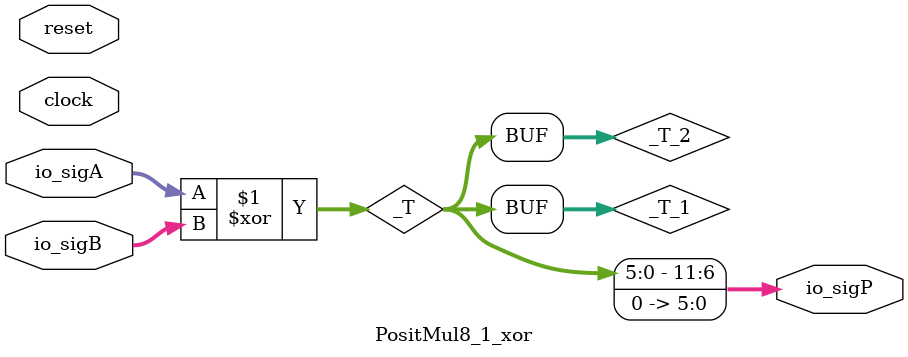
<source format=v>
module PositMul8_1_xor(
  input         clock,
  input         reset,
  input  [5:0]  io_sigA,
  input  [5:0]  io_sigB,
  output [11:0] io_sigP
);
  wire [5:0] _T; // @[PositMul.scala 51:23]
  wire [5:0] _T_1; // @[PositMul.scala 51:23]
  wire [5:0] _T_2; // @[Cat.scala 29:58]
  assign _T = $signed(io_sigA) ^ $signed(io_sigB); // @[PositMul.scala 51:23]
  assign _T_1 = $signed(_T); // @[PositMul.scala 51:23]
  assign _T_2 = $unsigned(_T_1); // @[Cat.scala 29:58]
  assign io_sigP = {_T_2,6'h0}; // @[PositMul.scala 51:9]
endmodule

</source>
